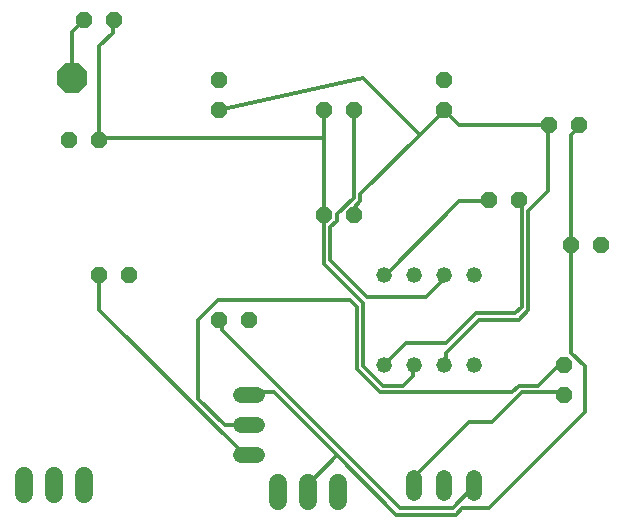
<source format=gbr>
G04 EAGLE Gerber RS-274X export*
G75*
%MOMM*%
%FSLAX34Y34*%
%LPD*%
%INBottom Copper*%
%IPPOS*%
%AMOC8*
5,1,8,0,0,1.08239X$1,22.5*%
G01*
%ADD10C,1.320800*%
%ADD11P,1.429621X8X202.500000*%
%ADD12P,1.429621X8X22.500000*%
%ADD13P,1.429621X8X112.500000*%
%ADD14C,1.320800*%
%ADD15P,2.749271X8X22.500000*%
%ADD16C,1.524000*%
%ADD17C,0.304800*%


D10*
X469900Y190500D03*
X495300Y190500D03*
X495300Y266700D03*
X469900Y266700D03*
X520700Y190500D03*
X546100Y190500D03*
X520700Y266700D03*
X546100Y266700D03*
D11*
X228600Y381000D03*
X203200Y381000D03*
D12*
X330200Y228600D03*
X355600Y228600D03*
D13*
X622300Y165100D03*
X622300Y190500D03*
D12*
X228600Y266700D03*
X254000Y266700D03*
X215900Y482600D03*
X241300Y482600D03*
X419100Y317500D03*
X444500Y317500D03*
D13*
X520700Y406400D03*
X520700Y431800D03*
X330200Y406400D03*
X330200Y431800D03*
D11*
X635000Y393700D03*
X609600Y393700D03*
D12*
X419100Y406400D03*
X444500Y406400D03*
D11*
X584200Y330200D03*
X558800Y330200D03*
D12*
X628500Y292100D03*
X653900Y292100D03*
D14*
X495300Y95504D02*
X495300Y82296D01*
X546100Y82296D02*
X546100Y95504D01*
X520700Y95504D02*
X520700Y82296D01*
X362204Y114300D02*
X348996Y114300D01*
X348996Y165100D02*
X362204Y165100D01*
X362204Y139700D02*
X348996Y139700D01*
D15*
X205900Y434200D03*
D16*
X380200Y91120D02*
X380200Y75880D01*
X405600Y75880D02*
X405600Y91120D01*
X431000Y91120D02*
X431000Y75880D01*
X165100Y81280D02*
X165100Y96520D01*
X190500Y96520D02*
X190500Y81280D01*
X215900Y81280D02*
X215900Y96520D01*
D17*
X205900Y472600D02*
X215900Y482600D01*
X205900Y472600D02*
X205900Y434200D01*
X544830Y86614D02*
X528066Y69850D01*
X483362Y69850D01*
X332486Y220726D01*
X332486Y226314D01*
X546100Y88900D02*
X544830Y86614D01*
X332486Y226314D02*
X330200Y228600D01*
X497332Y97790D02*
X497332Y89408D01*
X497332Y97790D02*
X542036Y142494D01*
X561594Y142494D01*
X586740Y167640D01*
X620268Y167640D01*
X497332Y89408D02*
X495300Y88900D01*
X620268Y167640D02*
X622300Y165100D01*
X623062Y164846D01*
X522478Y192786D02*
X522478Y201168D01*
X550418Y229108D01*
X583946Y229108D01*
X592328Y237490D01*
X592328Y321310D01*
X609092Y338074D01*
X609092Y391160D01*
X522478Y192786D02*
X520700Y190500D01*
X609092Y391160D02*
X609600Y393700D01*
X444246Y324104D02*
X444246Y318516D01*
X444246Y324104D02*
X449834Y329692D01*
X449834Y335280D01*
X500126Y385572D02*
X519684Y405130D01*
X500126Y385572D02*
X449834Y335280D01*
X444246Y318516D02*
X444500Y317500D01*
X519684Y405130D02*
X520700Y406400D01*
X500126Y385572D02*
X452189Y433509D01*
X330200Y406400D01*
X533654Y393954D02*
X609092Y393954D01*
X533654Y393954D02*
X522478Y405130D01*
X609092Y393954D02*
X609600Y393700D01*
X522478Y405130D02*
X520700Y406400D01*
X444246Y405130D02*
X444246Y332486D01*
X430276Y318516D01*
X430276Y312928D01*
X424688Y307340D01*
X424688Y279400D01*
X455422Y248666D01*
X505714Y248666D01*
X522478Y265430D01*
X444246Y405130D02*
X444500Y406400D01*
X520700Y266700D02*
X522478Y265430D01*
X229108Y382778D02*
X229108Y461010D01*
X240284Y472186D01*
X240284Y480568D01*
X241300Y482600D01*
X494538Y189992D02*
X494538Y181610D01*
X486156Y173228D01*
X469392Y173228D01*
X452628Y189992D01*
X452628Y243078D01*
X419100Y276606D01*
X419100Y317500D01*
X495300Y190500D02*
X494538Y189992D01*
X419100Y317500D02*
X419100Y382778D01*
X419100Y406400D01*
X419100Y382778D02*
X229108Y382778D01*
X228600Y381000D01*
X469900Y190500D02*
X488950Y209550D01*
X522478Y209550D01*
X547624Y234696D01*
X581152Y234696D01*
X586740Y240284D01*
X586740Y329692D01*
X584200Y330200D01*
X533654Y329692D02*
X472186Y268224D01*
X533654Y329692D02*
X558800Y329692D01*
X472186Y268224D02*
X469900Y266700D01*
X558800Y329692D02*
X558800Y330200D01*
X355600Y139700D02*
X335280Y139700D01*
X312928Y162052D01*
X312928Y229108D01*
X329692Y245872D01*
X441452Y245872D01*
X447040Y240284D01*
X447040Y187198D01*
X466598Y167640D01*
X578358Y167640D01*
X583946Y173228D01*
X600710Y173228D01*
X620268Y192786D01*
X622300Y190500D01*
X229108Y237490D02*
X229108Y265430D01*
X229108Y237490D02*
X354838Y111760D01*
X229108Y265430D02*
X228600Y266700D01*
X355600Y114300D02*
X354838Y111760D01*
X628500Y292100D02*
X628500Y310134D01*
X637032Y391160D02*
X635000Y393700D01*
X639826Y189992D02*
X639826Y150876D01*
X558800Y69850D01*
X536448Y69850D01*
X530860Y64262D01*
X480568Y64262D01*
X430276Y114554D02*
X377190Y167640D01*
X430276Y114554D02*
X480568Y64262D01*
X377190Y167640D02*
X357632Y167640D01*
X355600Y165100D01*
X407924Y92202D02*
X407924Y83820D01*
X407924Y92202D02*
X430276Y114554D01*
X407924Y83820D02*
X405600Y83500D01*
X628650Y310134D02*
X628650Y385572D01*
X634238Y391160D01*
X628650Y310134D02*
X628500Y310134D01*
X634238Y391160D02*
X635000Y393700D01*
X628650Y290576D02*
X628650Y201168D01*
X639826Y189992D01*
X628650Y290576D02*
X628500Y292100D01*
M02*

</source>
